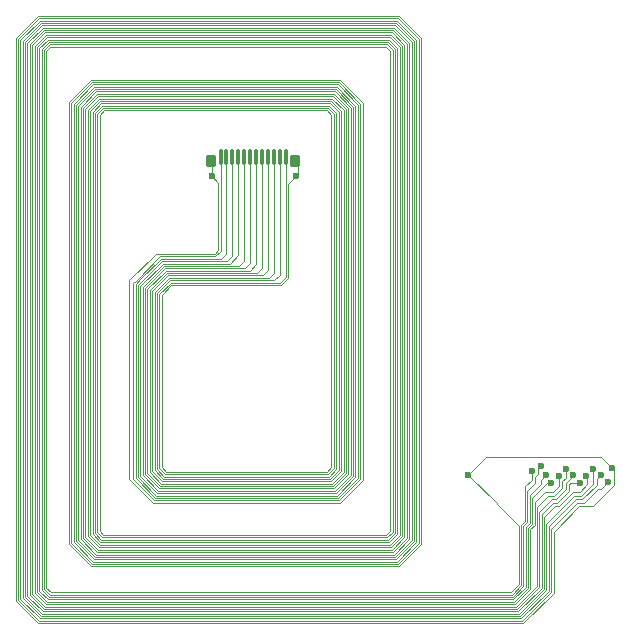
<source format=gbl>
G04 #@! TF.GenerationSoftware,KiCad,Pcbnew,9.0.1*
G04 #@! TF.CreationDate,2025-05-24T21:42:48+02:00*
G04 #@! TF.ProjectId,spiral flex,73706972-616c-4206-966c-65782e6b6963,rev?*
G04 #@! TF.SameCoordinates,Original*
G04 #@! TF.FileFunction,Copper,L2,Bot*
G04 #@! TF.FilePolarity,Positive*
%FSLAX46Y46*%
G04 Gerber Fmt 4.6, Leading zero omitted, Abs format (unit mm)*
G04 Created by KiCad (PCBNEW 9.0.1) date 2025-05-24 21:42:48*
%MOMM*%
%LPD*%
G01*
G04 APERTURE LIST*
G04 Aperture macros list*
%AMRoundRect*
0 Rectangle with rounded corners*
0 $1 Rounding radius*
0 $2 $3 $4 $5 $6 $7 $8 $9 X,Y pos of 4 corners*
0 Add a 4 corners polygon primitive as box body*
4,1,4,$2,$3,$4,$5,$6,$7,$8,$9,$2,$3,0*
0 Add four circle primitives for the rounded corners*
1,1,$1+$1,$2,$3*
1,1,$1+$1,$4,$5*
1,1,$1+$1,$6,$7*
1,1,$1+$1,$8,$9*
0 Add four rect primitives between the rounded corners*
20,1,$1+$1,$2,$3,$4,$5,0*
20,1,$1+$1,$4,$5,$6,$7,0*
20,1,$1+$1,$6,$7,$8,$9,0*
20,1,$1+$1,$8,$9,$2,$3,0*%
G04 Aperture macros list end*
G04 #@! TA.AperFunction,Conductor*
%ADD10C,0.100000*%
G04 #@! TD*
G04 #@! TA.AperFunction,SMDPad,CuDef*
%ADD11RoundRect,0.120000X0.280000X0.415000X-0.280000X0.415000X-0.280000X-0.415000X0.280000X-0.415000X0*%
G04 #@! TD*
G04 #@! TA.AperFunction,SMDPad,CuDef*
%ADD12RoundRect,0.120000X-0.280000X-0.415000X0.280000X-0.415000X0.280000X0.415000X-0.280000X0.415000X0*%
G04 #@! TD*
G04 #@! TA.AperFunction,SMDPad,CuDef*
%ADD13RoundRect,0.050000X0.115000X0.625000X-0.115000X0.625000X-0.115000X-0.625000X0.115000X-0.625000X0*%
G04 #@! TD*
G04 #@! TA.AperFunction,ViaPad*
%ADD14C,0.600000*%
G04 #@! TD*
G04 APERTURE END LIST*
D10*
X122250000Y-71575000D02*
X122250000Y-72775000D01*
D11*
X114889600Y-71457200D03*
D12*
X121989600Y-71457200D03*
D13*
X115689600Y-71147200D03*
X116189600Y-71147200D03*
X116689600Y-71147200D03*
X117189600Y-71147200D03*
X117689600Y-71147200D03*
X118189600Y-71147200D03*
X118689600Y-71147200D03*
X119189600Y-71147200D03*
X119689600Y-71147200D03*
X120189600Y-71147200D03*
X120689600Y-71147200D03*
X121189600Y-71147200D03*
D14*
X144320000Y-98127768D03*
X143248409Y-98056177D03*
X147870000Y-98059733D03*
X144902271Y-97579165D03*
X143705423Y-98735373D03*
X145522210Y-98084813D03*
X136620000Y-98027768D03*
X148857018Y-97489700D03*
X142823983Y-97304959D03*
X146646786Y-98133855D03*
X146108909Y-98716677D03*
X142020000Y-97740768D03*
X148473550Y-98684835D03*
X147220000Y-97527768D03*
X122075000Y-72775000D03*
X114925000Y-72775000D03*
D10*
X110071694Y-100212005D02*
X125678316Y-100212001D01*
X110238206Y-99810003D02*
X123500000Y-99810001D01*
X123500000Y-99810001D02*
X125511801Y-99810001D01*
X110154950Y-100011004D02*
X125428545Y-100011002D01*
X125428545Y-100011002D02*
X125595058Y-100011001D01*
X109988438Y-100413006D02*
X125761573Y-100413001D01*
X149024550Y-98913067D02*
X149024550Y-97657232D01*
X147207137Y-100730480D02*
X149024550Y-98913067D01*
X146022712Y-100730480D02*
X147207137Y-100730480D01*
X143882000Y-102871192D02*
X146022712Y-100730480D01*
X141322336Y-110613000D02*
X143882000Y-108053336D01*
X120000000Y-110613000D02*
X141322336Y-110613000D01*
X100238434Y-110613004D02*
X120000000Y-110613000D01*
X98335998Y-61089431D02*
X98335998Y-108710569D01*
X100238428Y-59187000D02*
X98335998Y-61089431D01*
X130761568Y-59186998D02*
X100238428Y-59187000D01*
X132664007Y-61089436D02*
X130761568Y-59186998D01*
X132664007Y-101400000D02*
X132664007Y-61089436D01*
X132664008Y-103910563D02*
X132664007Y-101400000D01*
X130767572Y-105807000D02*
X132664008Y-103910563D01*
X104732431Y-105807001D02*
X130767572Y-105807000D01*
X102835995Y-103910566D02*
X104732431Y-105807001D01*
X102835993Y-66489437D02*
X102835995Y-103910566D01*
X104738429Y-64587000D02*
X102835993Y-66489437D01*
X115000000Y-64587000D02*
X104738429Y-64587000D01*
X98335998Y-108710569D02*
X100238434Y-110613004D01*
X127711006Y-66536440D02*
X125761561Y-64586996D01*
X127711007Y-98463565D02*
X127711006Y-66536440D01*
X149024550Y-97657232D02*
X148857018Y-97489700D01*
X125761573Y-100413001D02*
X127711007Y-98463565D01*
X110213371Y-79327372D02*
X107970372Y-81570372D01*
X115202372Y-79327372D02*
X110213371Y-79327372D01*
X107970372Y-81570372D02*
X107970372Y-98394940D01*
X115488600Y-79041144D02*
X115202372Y-79327372D01*
X115488600Y-73338600D02*
X115488600Y-79041144D01*
X143882000Y-108053336D02*
X143882000Y-102871192D01*
X107970372Y-98394940D02*
X109988438Y-100413006D01*
X114925000Y-72775000D02*
X115488600Y-73338600D01*
X125761561Y-64586996D02*
X115000000Y-64587000D01*
X147931617Y-99226768D02*
X148473550Y-98684835D01*
X147655084Y-99226768D02*
X147931617Y-99226768D01*
X146452372Y-100429480D02*
X147655084Y-99226768D01*
X145898034Y-100429480D02*
X146452372Y-100429480D01*
X143681000Y-102646514D02*
X145898034Y-100429480D01*
X141239079Y-110412000D02*
X143681000Y-107970079D01*
X121500000Y-110412000D02*
X141239079Y-110412000D01*
X98536998Y-108627312D02*
X100321690Y-110412003D01*
X100321690Y-110412003D02*
X121500000Y-110412000D01*
X98536998Y-61172687D02*
X98536998Y-108627312D01*
X143681000Y-107970079D02*
X143681000Y-102646514D01*
X100321685Y-59388000D02*
X98536998Y-61172687D01*
X116000000Y-59387999D02*
X100321685Y-59388000D01*
X147521000Y-98408733D02*
X147870000Y-98059733D01*
X147521000Y-98935174D02*
X147521000Y-98408733D01*
X146327694Y-100128480D02*
X147521000Y-98935174D01*
X145773356Y-100128480D02*
X146327694Y-100128480D01*
X143480000Y-102421836D02*
X145773356Y-100128480D01*
X143480000Y-107886821D02*
X143480000Y-102421836D01*
X141155822Y-110211000D02*
X143480000Y-107886821D01*
X122500000Y-110211000D02*
X141155822Y-110211000D01*
X98737996Y-72000000D02*
X98737998Y-72000002D01*
X98737998Y-108544055D02*
X100404946Y-110211002D01*
X98737995Y-61255948D02*
X98737996Y-72000000D01*
X98737998Y-72000002D02*
X98737998Y-108544055D01*
X100404942Y-59589000D02*
X98737995Y-61255948D01*
X100404946Y-110211002D02*
X122500000Y-110211000D01*
X115000000Y-59588999D02*
X100404942Y-59589000D01*
X147220000Y-98810496D02*
X147220000Y-97527768D01*
X146203016Y-99827480D02*
X147220000Y-98810496D01*
X145648678Y-99827480D02*
X146203016Y-99827480D01*
X143279000Y-107803565D02*
X143279000Y-102197158D01*
X143279000Y-102197158D02*
X145648678Y-99827480D01*
X141072565Y-110010000D02*
X143279000Y-107803565D01*
X123790000Y-110010000D02*
X141072565Y-110010000D01*
X100488203Y-110010002D02*
X123790000Y-110010000D01*
X98938998Y-108460798D02*
X100488203Y-110010002D01*
X98938996Y-72000000D02*
X98938998Y-72000002D01*
X98938998Y-72000002D02*
X98938998Y-108460798D01*
X146746786Y-98233855D02*
X146646786Y-98133855D01*
X146746786Y-98858032D02*
X146746786Y-98233855D01*
X146098525Y-99506293D02*
X146746786Y-98858032D01*
X145524000Y-99506293D02*
X146098525Y-99506293D01*
X145524000Y-99526480D02*
X145524000Y-99506293D01*
X144318712Y-100731768D02*
X145524000Y-99526480D01*
X143967356Y-100731768D02*
X144318712Y-100731768D01*
X140989308Y-109809000D02*
X143078000Y-107720308D01*
X100571459Y-109809001D02*
X140989308Y-109809000D01*
X99139997Y-61422460D02*
X99139998Y-108377541D01*
X100571456Y-59991000D02*
X99139997Y-61422460D01*
X99139998Y-108377541D02*
X100571459Y-109809001D01*
X112500000Y-59990999D02*
X100571456Y-59991000D01*
X143078000Y-107720308D02*
X143078000Y-101621124D01*
X143078000Y-101621124D02*
X143967356Y-100731768D01*
X145361679Y-98716677D02*
X146108909Y-98716677D01*
X145223000Y-98855356D02*
X145361679Y-98716677D01*
X145223000Y-99401802D02*
X145223000Y-98855356D01*
X144194034Y-100430768D02*
X145223000Y-99401802D01*
X143842678Y-100430768D02*
X144194034Y-100430768D01*
X142877000Y-101396446D02*
X143842678Y-100430768D01*
X140906051Y-109608000D02*
X142877000Y-107637051D01*
X99340998Y-108294284D02*
X100654715Y-109608000D01*
X99340997Y-61505717D02*
X99340998Y-108294284D01*
X100654713Y-60192000D02*
X99340997Y-61505717D01*
X100654715Y-109608000D02*
X140906051Y-109608000D01*
X142877000Y-107637051D02*
X142877000Y-101396446D01*
X111500000Y-60191999D02*
X100654713Y-60192000D01*
X145522210Y-98130468D02*
X145522210Y-98084813D01*
X144922000Y-98730678D02*
X145522210Y-98130468D01*
X144922000Y-99277124D02*
X144922000Y-98730678D01*
X144069356Y-100129768D02*
X144922000Y-99277124D01*
X143718000Y-100129768D02*
X144069356Y-100129768D01*
X142676000Y-107553794D02*
X142676000Y-101171768D01*
X142676000Y-101171768D02*
X143718000Y-100129768D01*
X100737971Y-109407000D02*
X140822794Y-109407000D01*
X99541998Y-108211027D02*
X100737971Y-109407000D01*
X140822794Y-109407000D02*
X142676000Y-107553794D01*
X99541998Y-61588973D02*
X99541998Y-108211027D01*
X100737970Y-60393000D02*
X99541998Y-61588973D01*
X110500000Y-60392999D02*
X100737970Y-60393000D01*
X144621000Y-98606000D02*
X144902271Y-98324729D01*
X144621000Y-99152446D02*
X144621000Y-98606000D01*
X143944678Y-99828768D02*
X144621000Y-99152446D01*
X143419000Y-99828768D02*
X143944678Y-99828768D01*
X144902271Y-98324729D02*
X144902271Y-97579165D01*
X140739538Y-109206000D02*
X142475000Y-107470538D01*
X105994000Y-109206000D02*
X140739538Y-109206000D01*
X105993998Y-109206002D02*
X105994000Y-109206000D01*
X100821231Y-109206003D02*
X105993998Y-109206002D01*
X99743000Y-108127773D02*
X100821231Y-109206003D01*
X99742998Y-61672230D02*
X99743000Y-108127773D01*
X142475000Y-107470538D02*
X142475000Y-100772768D01*
X130178769Y-60593997D02*
X100821227Y-60594000D01*
X131257003Y-61672230D02*
X130178769Y-60593997D01*
X131257004Y-103327769D02*
X131257003Y-61672230D01*
X130184773Y-104400000D02*
X131257004Y-103327769D01*
X105315226Y-104400000D02*
X130184773Y-104400000D01*
X104242998Y-103327771D02*
X105315226Y-104400000D01*
X104242997Y-67072232D02*
X104242998Y-103327771D01*
X105321228Y-65994000D02*
X104242997Y-67072232D01*
X125178768Y-65993999D02*
X105321228Y-65994000D01*
X126304000Y-67119230D02*
X125178768Y-65993999D01*
X126304002Y-97880771D02*
X126304000Y-67119230D01*
X125178773Y-99006001D02*
X126304002Y-97880771D01*
X100821227Y-60594000D02*
X99742998Y-61672230D01*
X109493000Y-82310716D02*
X109493000Y-97927771D01*
X118155000Y-80770000D02*
X111033715Y-80770000D01*
X111033715Y-80770000D02*
X109493000Y-82310716D01*
X142475000Y-100772768D02*
X143419000Y-99828768D01*
X110571231Y-99006001D02*
X125178773Y-99006001D01*
X118689600Y-80235400D02*
X118155000Y-80770000D01*
X118689600Y-71147200D02*
X118689600Y-80235400D01*
X109493000Y-97927771D02*
X110571231Y-99006001D01*
X144320000Y-99027768D02*
X144320000Y-98127768D01*
X142274000Y-100377768D02*
X143124000Y-99527768D01*
X142274000Y-102278540D02*
X142274000Y-100377768D01*
X141925000Y-107736282D02*
X141925000Y-102627539D01*
X143124000Y-99527768D02*
X143820000Y-99527768D01*
X100904487Y-109005002D02*
X140656282Y-109005000D01*
X140656282Y-109005000D02*
X141925000Y-107736282D01*
X99944000Y-108044516D02*
X100904487Y-109005002D01*
X99943998Y-61755487D02*
X99944000Y-108044516D01*
X141925000Y-102627539D02*
X142274000Y-102278540D01*
X100904484Y-60795000D02*
X99943998Y-61755487D01*
X143820000Y-99527768D02*
X144320000Y-99027768D01*
X108500000Y-60794999D02*
X100904484Y-60795000D01*
X143338073Y-98735373D02*
X143705423Y-98735373D01*
X142073000Y-100000446D02*
X143338073Y-98735373D01*
X142073000Y-102195283D02*
X142073000Y-100000446D01*
X141724000Y-107653026D02*
X141724000Y-102544282D01*
X140573026Y-108804000D02*
X141724000Y-107653026D01*
X141724000Y-102544282D02*
X142073000Y-102195283D01*
X100987744Y-108804002D02*
X140573026Y-108804000D01*
X100145000Y-107961259D02*
X100987744Y-108804002D01*
X100144999Y-61838743D02*
X100145000Y-107961259D01*
X100987741Y-60996000D02*
X100144999Y-61838743D01*
X107000000Y-60995999D02*
X100987741Y-60996000D01*
X130012257Y-60995999D02*
X107000000Y-60995999D01*
X130855000Y-61838741D02*
X130012257Y-60995999D01*
X130855002Y-103161257D02*
X130855001Y-98400000D01*
X130061260Y-103955000D02*
X130855002Y-103161257D01*
X105438740Y-103955000D02*
X130061260Y-103955000D01*
X104644998Y-103161257D02*
X105438740Y-103955000D01*
X104644999Y-67238744D02*
X104644998Y-103161257D01*
X105487742Y-66396000D02*
X104644999Y-67238744D01*
X125012256Y-66395999D02*
X105487742Y-66396000D01*
X125902001Y-97714258D02*
X125902000Y-67285743D01*
X109895000Y-97761258D02*
X110737743Y-98604001D01*
X110737743Y-98604001D02*
X125012259Y-98604001D01*
X125902000Y-67285743D02*
X125012256Y-66395999D01*
X109895000Y-82477230D02*
X109895000Y-97761258D01*
X125012259Y-98604001D02*
X125902001Y-97714258D01*
X111200229Y-81172000D02*
X109895000Y-82477230D01*
X119250000Y-81172000D02*
X111200229Y-81172000D01*
X130855001Y-98400000D02*
X130855000Y-61838741D01*
X119689600Y-80732400D02*
X119250000Y-81172000D01*
X119689600Y-71147200D02*
X119689600Y-80732400D01*
X142776817Y-98527768D02*
X143248409Y-98056177D01*
X141872000Y-99775768D02*
X142781110Y-98866658D01*
X141523000Y-102461025D02*
X141872000Y-102112026D01*
X141523000Y-107569769D02*
X141523000Y-102461025D01*
X140489769Y-108603000D02*
X141523000Y-107569769D01*
X101071000Y-108603001D02*
X140489769Y-108603000D01*
X100346000Y-107878002D02*
X101071000Y-108603001D01*
X142781110Y-98532061D02*
X142776817Y-98527768D01*
X100346000Y-61921999D02*
X100346000Y-107878002D01*
X101070998Y-61197000D02*
X100346000Y-61921999D01*
X129929001Y-61197000D02*
X101070998Y-61197000D01*
X130654001Y-103078001D02*
X130654000Y-61921998D01*
X129978003Y-103754000D02*
X130654001Y-103078001D01*
X105521997Y-103754000D02*
X129978003Y-103754000D01*
X130654000Y-61921998D02*
X129929001Y-61197000D01*
X104845999Y-103078001D02*
X105521997Y-103754000D01*
X104846000Y-67322000D02*
X104845999Y-103078001D01*
X105570999Y-66597000D02*
X104846000Y-67322000D01*
X124929000Y-66596999D02*
X105570999Y-66597000D01*
X125701000Y-67368999D02*
X124929000Y-66596999D01*
X125701000Y-97631002D02*
X125701000Y-67368999D01*
X124929002Y-98403001D02*
X125701000Y-97631002D01*
X110820999Y-98403001D02*
X124929002Y-98403001D01*
X110096000Y-97678002D02*
X110820999Y-98403001D01*
X141872000Y-102112026D02*
X141872000Y-99775768D01*
X111283486Y-81373000D02*
X110096000Y-82560487D01*
X120189600Y-80933400D02*
X119750000Y-81373000D01*
X119750000Y-81373000D02*
X111283486Y-81373000D01*
X120189600Y-71147200D02*
X120189600Y-80933400D01*
X142781110Y-98866658D02*
X142781110Y-98532061D01*
X110096000Y-82560487D02*
X110096000Y-97678002D01*
X142571000Y-97557942D02*
X142823983Y-97304959D01*
X141671000Y-102028769D02*
X141671000Y-99402446D01*
X141322000Y-102377768D02*
X141671000Y-102028769D01*
X141671000Y-99402446D02*
X142321000Y-98752446D01*
X141322000Y-107486513D02*
X141322000Y-102377768D01*
X140406513Y-108402000D02*
X141322000Y-107486513D01*
X101154256Y-108402000D02*
X140406513Y-108402000D01*
X100547000Y-107794745D02*
X101154256Y-108402000D01*
X142571000Y-97969000D02*
X142571000Y-97557942D01*
X100547000Y-62005256D02*
X100547000Y-107794745D01*
X101154255Y-61398000D02*
X100547000Y-62005256D01*
X129845744Y-61398000D02*
X101154255Y-61398000D01*
X130453000Y-62005255D02*
X129845744Y-61398000D01*
X130453001Y-102994744D02*
X130453000Y-62005255D01*
X129894746Y-103553000D02*
X130453001Y-102994744D01*
X105605254Y-103553000D02*
X129894746Y-103553000D01*
X105047000Y-67405256D02*
X105046999Y-102994744D01*
X142321000Y-98219000D02*
X142571000Y-97969000D01*
X105654256Y-66798000D02*
X105047000Y-67405256D01*
X124845744Y-66797999D02*
X105654256Y-66798000D01*
X125500000Y-67452255D02*
X124845744Y-66797999D01*
X142321000Y-98752446D02*
X142321000Y-98219000D01*
X125500000Y-97547746D02*
X125500000Y-67452255D01*
X124845745Y-98202001D02*
X125500000Y-97547746D01*
X110904255Y-98202001D02*
X124845745Y-98202001D01*
X110297000Y-82643744D02*
X110297000Y-97594746D01*
X110297000Y-97594746D02*
X110904255Y-98202001D01*
X120250000Y-81574000D02*
X111366743Y-81574000D01*
X120689600Y-81134400D02*
X120250000Y-81574000D01*
X105046999Y-102994744D02*
X105605254Y-103553000D01*
X120689600Y-71147200D02*
X120689600Y-81134400D01*
X111366743Y-81574000D02*
X110297000Y-82643744D01*
X142020000Y-98472300D02*
X142020000Y-97740768D01*
X141121000Y-102294512D02*
X141470000Y-101945512D01*
X141121000Y-107403257D02*
X141121000Y-102294512D01*
X101237512Y-108201000D02*
X140323257Y-108201000D01*
X100748000Y-107711488D02*
X101237512Y-108201000D01*
X101237512Y-61599000D02*
X100748000Y-62088512D01*
X129762488Y-61599000D02*
X101237512Y-61599000D01*
X130252000Y-62088512D02*
X129762488Y-61599000D01*
X130252000Y-102911488D02*
X130252000Y-62088512D01*
X141470000Y-101945512D02*
X141470000Y-99022300D01*
X129811489Y-103352000D02*
X130252000Y-102911488D01*
X105688511Y-103352000D02*
X129811489Y-103352000D01*
X105248000Y-67488512D02*
X105248000Y-102911488D01*
X140323257Y-108201000D02*
X141121000Y-107403257D01*
X105737512Y-66999000D02*
X105248000Y-67488512D01*
X124762488Y-66999000D02*
X105737512Y-66999000D01*
X100748000Y-62088512D02*
X100748000Y-107711488D01*
X125252000Y-97511488D02*
X125252000Y-67488511D01*
X110498000Y-82727000D02*
X110498000Y-97511489D01*
X124762489Y-98001000D02*
X125252000Y-97511488D01*
X111450000Y-81775000D02*
X110498000Y-82727000D01*
X120750000Y-81775000D02*
X111450000Y-81775000D01*
X125252000Y-67488511D02*
X124762488Y-66999000D01*
X121189600Y-81335400D02*
X120750000Y-81775000D01*
X110498000Y-97511489D02*
X110987512Y-98001000D01*
X105248000Y-102911488D02*
X105688511Y-103352000D01*
X141470000Y-99022300D02*
X142020000Y-98472300D01*
X110987512Y-98001000D02*
X124762489Y-98001000D01*
X121189600Y-71147200D02*
X121189600Y-81335400D01*
X144902271Y-97579165D02*
X145034579Y-97711473D01*
X148857018Y-97489700D02*
X147895086Y-96527768D01*
X147895086Y-96527768D02*
X138120000Y-96527768D01*
X138120000Y-96527768D02*
X136620000Y-98027768D01*
X142020000Y-97740768D02*
X142068366Y-97789134D01*
X98938996Y-61339204D02*
X98938996Y-72000000D01*
X113500000Y-59789999D02*
X100488199Y-59790000D01*
X100488199Y-59790000D02*
X98938996Y-61339204D01*
X132463007Y-103827307D02*
X132463007Y-61172693D01*
X130684315Y-105606000D02*
X132463007Y-103827307D01*
X104815688Y-105606001D02*
X130684315Y-105606000D01*
X103036995Y-103827309D02*
X104815688Y-105606001D01*
X103036994Y-66572693D02*
X103036995Y-103827309D01*
X104821686Y-64788000D02*
X103036994Y-66572693D01*
X114916743Y-64788000D02*
X104821686Y-64788000D01*
X127510006Y-98380309D02*
X127510006Y-66619697D01*
X127510006Y-66619697D02*
X125678305Y-64787996D01*
X108287000Y-98427312D02*
X110071694Y-100212005D01*
X132463007Y-61172693D02*
X130678312Y-59387998D01*
X108286999Y-81811178D02*
X108287000Y-98427312D01*
X108499087Y-81599087D02*
X108286999Y-81811178D01*
X125678305Y-64787996D02*
X114916743Y-64788000D01*
X130678312Y-59387998D02*
X116000000Y-59387999D01*
X126505003Y-67035977D02*
X125262025Y-65792999D01*
X126505003Y-96000000D02*
X126505003Y-67035977D01*
X126505003Y-97964027D02*
X126505003Y-96000000D01*
X126103002Y-97797514D02*
X126103000Y-67202487D01*
X126103000Y-67202487D02*
X125095512Y-66194999D01*
X127309007Y-98297051D02*
X127309003Y-66702949D01*
X127309003Y-66702949D02*
X125595048Y-64988996D01*
X126907005Y-93000000D02*
X126907003Y-66869463D01*
X127108003Y-66786206D02*
X125511792Y-65189997D01*
X126706004Y-98047283D02*
X126706004Y-93000000D01*
X126907005Y-98130539D02*
X126907005Y-93000000D01*
X127108006Y-95400000D02*
X127108003Y-66786206D01*
X126706003Y-66952720D02*
X125345280Y-65591999D01*
X126706004Y-93000000D02*
X126706003Y-66952720D01*
X127108006Y-98213795D02*
X127108006Y-95400000D01*
X126907003Y-66869463D02*
X125428536Y-65390998D01*
X110487975Y-99207002D02*
X125262030Y-99207001D01*
X109292000Y-98011028D02*
X110487975Y-99207002D01*
X109694000Y-97844514D02*
X110654487Y-98805001D01*
X110654487Y-98805001D02*
X125095516Y-98805001D01*
X108890000Y-98177542D02*
X110106230Y-99393771D01*
X109091000Y-98094285D02*
X110404719Y-99408003D01*
X108488000Y-98344056D02*
X110154950Y-100011004D01*
X108689000Y-98260799D02*
X110238206Y-99810003D01*
X110321462Y-99609003D02*
X125428544Y-99609001D01*
X110404719Y-99408003D02*
X125345287Y-99408001D01*
X110106230Y-99393771D02*
X110321462Y-99609003D01*
X123500000Y-59588998D02*
X115000000Y-59588999D01*
X132262003Y-61255945D02*
X130595055Y-59588998D01*
X132262007Y-100200000D02*
X132262003Y-61255945D01*
X132262007Y-103744050D02*
X132262007Y-100200000D01*
X103237995Y-103744052D02*
X104898945Y-105405001D01*
X104898945Y-105405001D02*
X123000000Y-105405000D01*
X123000000Y-105405000D02*
X130601058Y-105405000D01*
X103237995Y-92400000D02*
X103237995Y-103744052D01*
X104904943Y-64989000D02*
X103237994Y-66655950D01*
X130595055Y-59588998D02*
X123500000Y-59588998D01*
X130601058Y-105405000D02*
X132262007Y-103744050D01*
X103237994Y-66655950D02*
X103237995Y-92400000D01*
X113500000Y-64989000D02*
X104904943Y-64989000D01*
X130511798Y-59789998D02*
X113500000Y-59789999D01*
X132061003Y-61339202D02*
X130511798Y-59789998D01*
X132061003Y-67799999D02*
X132061003Y-61339202D01*
X132061006Y-102600000D02*
X132061003Y-67799999D01*
X130517801Y-105204000D02*
X132061006Y-103660794D01*
X110083257Y-105204000D02*
X130517801Y-105204000D01*
X104982201Y-105204000D02*
X110083257Y-105204000D01*
X103438995Y-103660795D02*
X104982201Y-105204000D01*
X103438994Y-78000000D02*
X103438995Y-103660795D01*
X103438994Y-66739207D02*
X103438994Y-78000000D01*
X132061006Y-103660794D02*
X132061006Y-102600000D01*
X113000000Y-65190000D02*
X104988200Y-65190000D01*
X104988200Y-65190000D02*
X103438994Y-66739207D01*
X122000000Y-59990999D02*
X112500000Y-59990999D01*
X130428542Y-59990999D02*
X122000000Y-59990999D01*
X131860003Y-61422459D02*
X130428542Y-59990999D01*
X131860006Y-98400000D02*
X131860003Y-61422459D01*
X131860006Y-103577537D02*
X131860006Y-98400000D01*
X103639995Y-78000000D02*
X103639995Y-103577538D01*
X105065457Y-105003000D02*
X110000000Y-105003000D01*
X130434544Y-105003000D02*
X131860006Y-103577537D01*
X103639995Y-66822463D02*
X103639995Y-78000000D01*
X110000000Y-105003000D02*
X130434544Y-105003000D01*
X105071457Y-65391000D02*
X103639995Y-66822463D01*
X103639995Y-103577538D02*
X105065457Y-105003000D01*
X111500000Y-65391000D02*
X105071457Y-65391000D01*
X130345286Y-60191999D02*
X111500000Y-60191999D01*
X131659005Y-93600000D02*
X131659003Y-61505716D01*
X131659005Y-103494281D02*
X131659005Y-93600000D01*
X130351287Y-104802000D02*
X131659005Y-103494281D01*
X107500000Y-104802000D02*
X130351287Y-104802000D01*
X103840995Y-73200000D02*
X103840995Y-103494282D01*
X103840995Y-66905720D02*
X103840995Y-73200000D01*
X131659003Y-61505716D02*
X130345286Y-60191999D01*
X103840995Y-103494282D02*
X105148713Y-104802000D01*
X105148713Y-104802000D02*
X107500000Y-104802000D01*
X105154714Y-65592000D02*
X103840995Y-66905720D01*
X111000000Y-65592000D02*
X105154714Y-65592000D01*
X125499998Y-60392999D02*
X110500000Y-60392999D01*
X131458003Y-61588973D02*
X130262025Y-60392996D01*
X131458004Y-96000000D02*
X131458003Y-61588973D01*
X131458004Y-103411025D02*
X131458004Y-96000000D01*
X130268030Y-104601000D02*
X131458004Y-103411025D01*
X125500000Y-60392997D02*
X125499998Y-60392999D01*
X105231969Y-104601000D02*
X123500000Y-104601000D01*
X130262025Y-60392996D02*
X125500000Y-60392997D01*
X123500000Y-104601000D02*
X130268030Y-104601000D01*
X104041998Y-103411027D02*
X104965484Y-104334515D01*
X104041996Y-74400000D02*
X104041998Y-103411027D01*
X104041996Y-66988976D02*
X104041996Y-74400000D01*
X105237971Y-65793000D02*
X104041996Y-66988976D01*
X110500000Y-65793000D02*
X105237971Y-65793000D01*
X104965484Y-104334515D02*
X105231969Y-104601000D01*
X130095513Y-60794998D02*
X108500000Y-60794999D01*
X130800258Y-61499742D02*
X130095513Y-60794998D01*
X131056003Y-61755487D02*
X130800258Y-61499742D01*
X131056003Y-103244513D02*
X131056003Y-101400000D01*
X109000000Y-104156000D02*
X130144517Y-104156000D01*
X130144517Y-104156000D02*
X131056003Y-103244513D01*
X104443998Y-96600000D02*
X104443998Y-103244514D01*
X131056003Y-101400000D02*
X131056003Y-61755487D01*
X104443998Y-103244514D02*
X105355483Y-104156000D01*
X104443998Y-72600000D02*
X104443998Y-96600000D01*
X104443998Y-67155488D02*
X104443998Y-72600000D01*
X105404485Y-66195000D02*
X104443998Y-67155488D01*
X105355483Y-104156000D02*
X109000000Y-104156000D01*
X109500000Y-66195000D02*
X105404485Y-66195000D01*
X108499087Y-81599087D02*
X110534174Y-79564000D01*
X125595048Y-64988996D02*
X113500000Y-64989000D01*
X108487999Y-81894434D02*
X108488000Y-98344056D01*
X108891215Y-81491215D02*
X108487999Y-81894434D01*
X108891215Y-81491215D02*
X110617430Y-79765000D01*
X125511792Y-65189997D02*
X113000000Y-65190000D01*
X108688999Y-81977690D02*
X108689000Y-98260799D01*
X108785685Y-81881003D02*
X108688999Y-81977690D01*
X125428536Y-65390998D02*
X111500000Y-65391000D01*
X108890000Y-82060946D02*
X108890000Y-98177542D01*
X108892227Y-82058718D02*
X108890000Y-82060946D01*
X125345280Y-65591999D02*
X111000000Y-65592000D01*
X109091000Y-82144202D02*
X109091000Y-98094285D01*
X109093228Y-82141974D02*
X109091000Y-82144202D01*
X125262025Y-65792999D02*
X110500000Y-65793000D01*
X109292000Y-82227459D02*
X109292000Y-98011028D01*
X109294228Y-82225231D02*
X109292000Y-82227459D01*
X115689600Y-79124400D02*
X115689600Y-71147200D01*
X110534174Y-79564000D02*
X115250000Y-79564000D01*
X115250000Y-79564000D02*
X115689600Y-79124400D01*
X116189600Y-79325400D02*
X116189600Y-71147200D01*
X115750000Y-79765000D02*
X116189600Y-79325400D01*
X110617430Y-79765000D02*
X115750000Y-79765000D01*
X116250000Y-79966000D02*
X110700687Y-79966000D01*
X110700687Y-79966000D02*
X108785685Y-81881003D01*
X116689600Y-79526400D02*
X116250000Y-79966000D01*
X116689600Y-71147200D02*
X116689600Y-79526400D01*
X117189600Y-79435400D02*
X117189600Y-71147200D01*
X116458000Y-80167000D02*
X117189600Y-79435400D01*
X108892227Y-82058718D02*
X110783944Y-80167000D01*
X110783944Y-80167000D02*
X116458000Y-80167000D01*
X117689600Y-79928400D02*
X117689600Y-71147200D01*
X117250000Y-80368000D02*
X117689600Y-79928400D01*
X109093228Y-82141974D02*
X110867201Y-80368000D01*
X110867201Y-80368000D02*
X117250000Y-80368000D01*
X118189600Y-80135400D02*
X118189600Y-71147200D01*
X117756000Y-80569000D02*
X118189600Y-80135400D01*
X110950458Y-80569000D02*
X117756000Y-80569000D01*
X109294228Y-82225231D02*
X110950458Y-80569000D01*
X125095512Y-66194999D02*
X109500000Y-66195000D01*
X109694000Y-82393973D02*
X109694000Y-97844514D01*
X111116972Y-80971000D02*
X109694000Y-82393973D01*
X118750000Y-80971000D02*
X111116972Y-80971000D01*
X119189600Y-80531400D02*
X118750000Y-80971000D01*
X119189600Y-71147200D02*
X119189600Y-80531400D01*
X114925000Y-72775000D02*
X114925000Y-71711800D01*
X114925000Y-71711800D02*
X115189600Y-71447200D01*
X125428544Y-99609001D02*
X126907005Y-98130539D01*
X125511801Y-99810001D02*
X127108006Y-98213795D01*
X125595058Y-100011001D02*
X127309007Y-98297051D01*
X125345287Y-99408001D02*
X126706004Y-98047283D01*
X125262030Y-99207001D02*
X126505003Y-97964027D01*
X125095516Y-98805001D02*
X126103002Y-97797514D01*
X125678316Y-100212001D02*
X127510006Y-98380309D01*
X105449000Y-67571768D02*
X105449000Y-102828232D01*
X129728232Y-103151000D02*
X130051000Y-102828232D01*
X100949000Y-107628232D02*
X101320768Y-108000000D01*
X110699000Y-97428232D02*
X111070768Y-97800000D01*
X100949000Y-62171768D02*
X100949000Y-107628232D01*
X122075000Y-72775000D02*
X121390600Y-73459400D01*
X124679232Y-67200000D02*
X105820768Y-67200000D01*
X124679232Y-97800000D02*
X125051000Y-97428232D01*
X140920000Y-102377768D02*
X139070000Y-100527768D01*
X140920000Y-107320000D02*
X140920000Y-102377768D01*
X130051000Y-62171768D02*
X129728232Y-61849000D01*
X101320768Y-108000000D02*
X140240000Y-108000000D01*
X140240000Y-108000000D02*
X140920000Y-107320000D01*
X105449000Y-102828232D02*
X105771768Y-103151000D01*
X105771768Y-103151000D02*
X129728232Y-103151000D01*
X139070000Y-100527768D02*
X139070000Y-100477768D01*
X101271768Y-61849000D02*
X100949000Y-62171768D01*
X130051000Y-102828232D02*
X130051000Y-62171768D01*
X111533256Y-81976000D02*
X110699000Y-82810256D01*
X129728232Y-61849000D02*
X101271768Y-61849000D01*
X139070000Y-100477768D02*
X136620000Y-98027768D01*
X105820768Y-67200000D02*
X105449000Y-67571768D01*
X125051000Y-97428232D02*
X125051000Y-67571768D01*
X121390600Y-73459400D02*
X121390600Y-81418657D01*
X120833256Y-81976000D02*
X111533256Y-81976000D01*
X125051000Y-67571768D02*
X124679232Y-67200000D01*
X121390600Y-81418657D02*
X120833256Y-81976000D01*
X111070768Y-97800000D02*
X124679232Y-97800000D01*
X110699000Y-82810256D02*
X110699000Y-97428232D01*
M02*

</source>
